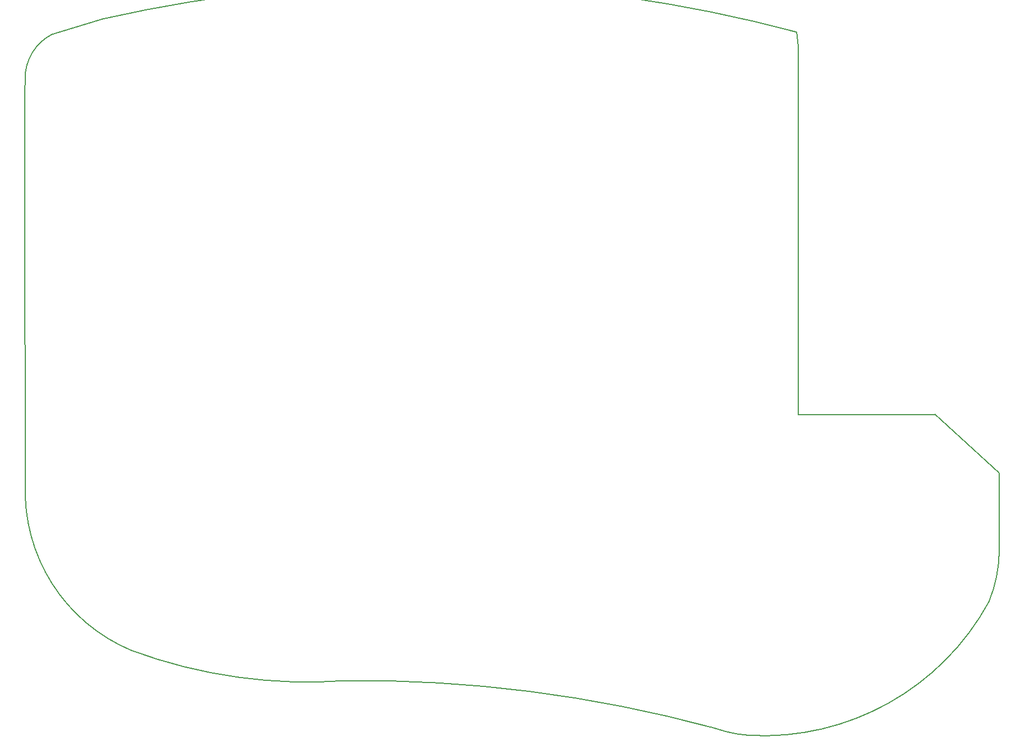
<source format=gbr>
G04 #@! TF.GenerationSoftware,KiCad,Pcbnew,5.1.5+dfsg1-2build2*
G04 #@! TF.CreationDate,2021-02-19T16:19:47+00:00*
G04 #@! TF.ProjectId,bottom,626f7474-6f6d-42e6-9b69-6361645f7063,rev?*
G04 #@! TF.SameCoordinates,Original*
G04 #@! TF.FileFunction,Profile,NP*
%FSLAX46Y46*%
G04 Gerber Fmt 4.6, Leading zero omitted, Abs format (unit mm)*
G04 Created by KiCad (PCBNEW 5.1.5+dfsg1-2build2) date 2021-02-19 16:19:47*
%MOMM*%
%LPD*%
G04 APERTURE LIST*
%ADD10C,0.200000*%
G04 APERTURE END LIST*
D10*
X201672506Y-127760993D02*
X201676000Y-115976400D01*
X191795400Y-106959400D02*
X201676000Y-115976400D01*
X170789600Y-106984800D02*
X191820800Y-106984800D01*
X170764200Y-50317400D02*
X170789600Y-106984800D01*
X157324591Y-155128964D02*
X159565748Y-155792258D01*
X157324591Y-155128963D02*
G75*
G03X101269800Y-147955000I-54239879J-201228008D01*
G01*
X51895970Y-117576772D02*
G75*
G03X68227825Y-143322947I26548599J-1212205D01*
G01*
X159565748Y-155792258D02*
G75*
G03X163258027Y-156392223I5054084J19442203D01*
G01*
X200077682Y-135809680D02*
G75*
G03X201672506Y-127760993I-19938998J8133205D01*
G01*
X68227825Y-143322947D02*
G75*
G03X101269800Y-147955000I27116862J73267868D01*
G01*
X51843849Y-55400295D02*
X51841450Y-57348630D01*
X170509523Y-48121159D02*
G75*
G03X63930991Y-46063662I-57454457J-214728554D01*
G01*
X51840900Y-74679805D02*
X51841400Y-64770000D01*
X163258027Y-156392222D02*
G75*
G03X200077681Y-135809680I2085705J39493130D01*
G01*
X51840900Y-74679805D02*
X51895970Y-117576772D01*
X56080891Y-48407782D02*
G75*
G03X51843849Y-55400295I3427946J-6857081D01*
G01*
X170764200Y-50317400D02*
X170509523Y-48121159D01*
X63930991Y-46063662D02*
X56080891Y-48407781D01*
X51841400Y-64770000D02*
X51841450Y-57348630D01*
M02*

</source>
